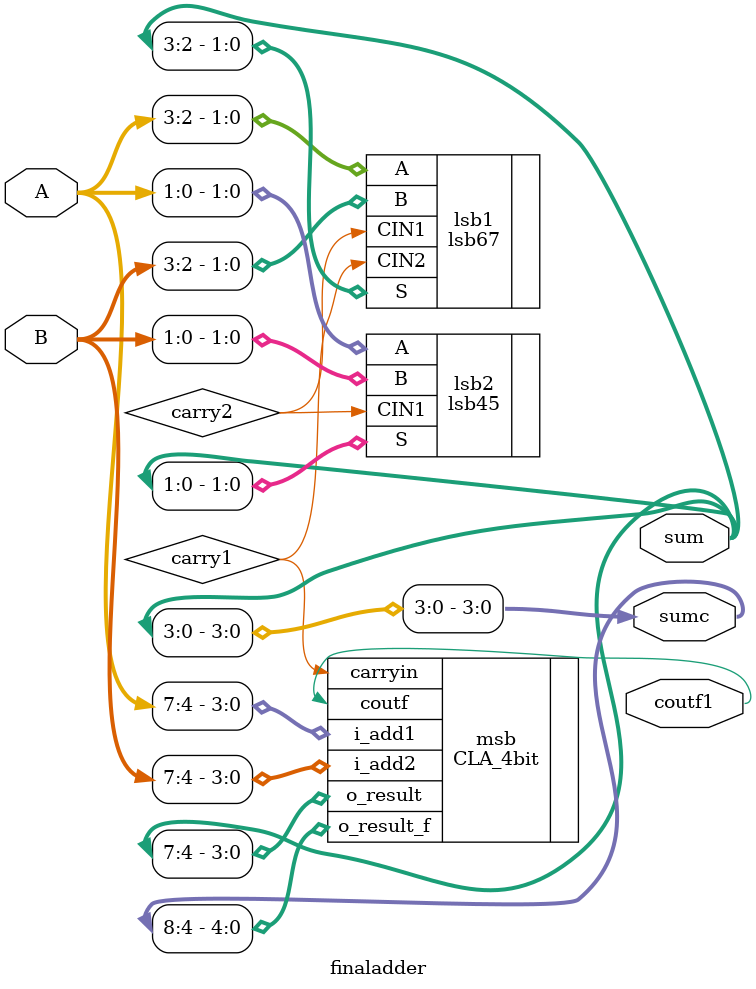
<source format=v>
`timescale 1ns / 1ps


module finaladder(
input [7:0] A,B,
output [7:0]sum,
output [8:0]sumc,

output coutf1
    );
    assign sumc[3:0]= sum[3:0];
     wire carry1, carry2;
 CLA_4bit msb(
 .i_add1(A[7:4]),  .i_add2(B[7:4]), .carryin(carry1),  .o_result(sum[7:4]), .coutf(coutf1), .o_result_f(sumc[8:4])  );
 lsb67 lsb1( .A(A[3:2]),  .B(B[3:2]),  .CIN1(carry2), .S(sum[3:2]),  .CIN2(carry1)
 ); 
 lsb45 lsb2(

    .A(A[1:0]),
    .B(B[1:0]),
    .S(sum[1:0]),
    .CIN1(carry2)
    );  
endmodule

</source>
